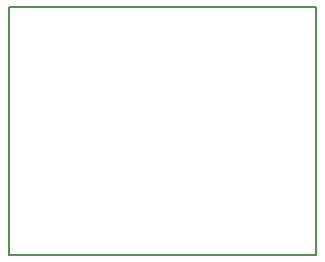
<source format=gko>
G04 EAGLE Gerber RS-274X export*
G75*
%MOMM*%
%FSLAX34Y34*%
%LPD*%
%INOutline*%
%IPPOS*%
%AMOC8*
5,1,8,0,0,1.08239X$1,22.5*%
G01*
%ADD10C,0.152400*%


D10*
X-298450Y234950D02*
X-298450Y25400D01*
X-38100Y25400D01*
X-38100Y234950D01*
X-298450Y234950D01*
M02*

</source>
